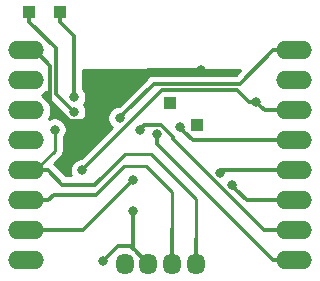
<source format=gbl>
G04 #@! TF.GenerationSoftware,KiCad,Pcbnew,(5.1.2)-1*
G04 #@! TF.CreationDate,2022-10-09T20:42:29+09:00*
G04 #@! TF.ProjectId,ble5,626c6535-2e6b-4696-9361-645f70636258,v2.1*
G04 #@! TF.SameCoordinates,Original*
G04 #@! TF.FileFunction,Copper,L2,Bot*
G04 #@! TF.FilePolarity,Positive*
%FSLAX46Y46*%
G04 Gerber Fmt 4.6, Leading zero omitted, Abs format (unit mm)*
G04 Created by KiCad (PCBNEW (5.1.2)-1) date 2022-10-09 20:42:29*
%MOMM*%
%LPD*%
G04 APERTURE LIST*
%ADD10R,1.000000X1.000000*%
%ADD11O,3.048000X1.524000*%
%ADD12O,1.524000X1.800000*%
%ADD13C,0.800000*%
%ADD14C,0.300000*%
%ADD15C,0.250000*%
%ADD16C,0.254000*%
G04 APERTURE END LIST*
D10*
X128800000Y-50800000D03*
X126500000Y-48900000D03*
X117250000Y-41200000D03*
X114600000Y-41200000D03*
D11*
X114300000Y-44450000D03*
X114300000Y-46990000D03*
X114300000Y-49530000D03*
X114300000Y-52070000D03*
X114300000Y-54610000D03*
X114300000Y-57150000D03*
X114300000Y-59690000D03*
X114300000Y-62230000D03*
X137050000Y-44450000D03*
X137050000Y-46990000D03*
X137050000Y-49530000D03*
X137050000Y-52070000D03*
X137050000Y-54610000D03*
X137050000Y-57150000D03*
X137050000Y-59690000D03*
X137050000Y-62230000D03*
D12*
X128700000Y-62500000D03*
X126700000Y-62500000D03*
X124700000Y-62500000D03*
X122700000Y-62500000D03*
D13*
X129150000Y-46095000D03*
X118199850Y-53649850D03*
X122250000Y-50162800D03*
X120841700Y-62245000D03*
X123379700Y-58020300D03*
X116750000Y-51150000D03*
X123400000Y-55450000D03*
X119051400Y-54603200D03*
X133799992Y-48800000D03*
X127350000Y-50950000D03*
X130718080Y-54836820D03*
X131743780Y-55862520D03*
X123950002Y-51200000D03*
X125392000Y-51522700D03*
X118384100Y-49642690D03*
X118390100Y-48385700D03*
D14*
X118034000Y-50412700D02*
X118366200Y-50412700D01*
X116350000Y-48728700D02*
X118034000Y-50412700D01*
X115062000Y-44450000D02*
X116350000Y-45738000D01*
X116350000Y-45738000D02*
X116350000Y-48728700D01*
X114300000Y-44450000D02*
X115062000Y-44450000D01*
X118199850Y-53084165D02*
X118199850Y-53649850D01*
X118199850Y-50579050D02*
X118199850Y-53084165D01*
X118366200Y-50412700D02*
X118199850Y-50579050D01*
X128584315Y-46095000D02*
X129150000Y-46095000D01*
X124655000Y-46095000D02*
X128584315Y-46095000D01*
X118366200Y-50412700D02*
X120337300Y-50412700D01*
X120337300Y-50412700D02*
X124655000Y-46095000D01*
X124700000Y-62500000D02*
X123449600Y-61249600D01*
X123449600Y-61249600D02*
X123379700Y-61249600D01*
X122086700Y-61000000D02*
X120841700Y-62245000D01*
X123379700Y-61249600D02*
X123130100Y-61000000D01*
X123130100Y-61000000D02*
X122086700Y-61000000D01*
X123379700Y-61249600D02*
X123379700Y-58020300D01*
X125132811Y-47279989D02*
X122649999Y-49762801D01*
X135279691Y-44450000D02*
X132449702Y-47279989D01*
X137160000Y-44450000D02*
X135279691Y-44450000D01*
X122649999Y-49762801D02*
X122250000Y-50162800D01*
X132449702Y-47279989D02*
X125132811Y-47279989D01*
X128700000Y-60438600D02*
X128700000Y-62500000D01*
D15*
X116750000Y-52922000D02*
X116750000Y-51150000D01*
X114300000Y-54610000D02*
X115062000Y-54610000D01*
X115062000Y-54610000D02*
X116750000Y-52922000D01*
X128700000Y-60438600D02*
X128700000Y-57000000D01*
X128700000Y-57000000D02*
X126653100Y-54953100D01*
X122736600Y-53250000D02*
X120618300Y-55368300D01*
X124950000Y-53250000D02*
X122736600Y-53250000D01*
X126653100Y-54953100D02*
X124950000Y-53250000D01*
D14*
X120186600Y-55800000D02*
X120618300Y-55368300D01*
X117364300Y-55800000D02*
X120186600Y-55800000D01*
X114300000Y-54610000D02*
X116174300Y-54610000D01*
X116174300Y-54610000D02*
X117364300Y-55800000D01*
X116174300Y-57150000D02*
X116674500Y-56649800D01*
X116674500Y-56649800D02*
X116674500Y-56649700D01*
X126699900Y-61249700D02*
X126700000Y-61249700D01*
X126700000Y-62500000D02*
X126700000Y-61249700D01*
X114300000Y-57150000D02*
X116174300Y-57150000D01*
D15*
X126699900Y-56399900D02*
X126699900Y-59599900D01*
X125785500Y-55485500D02*
X126699900Y-56399900D01*
D14*
X126699900Y-59599900D02*
X126699900Y-61249700D01*
D15*
X122600000Y-54200000D02*
X120150300Y-56649700D01*
X124500000Y-54200000D02*
X122600000Y-54200000D01*
X125785500Y-55485500D02*
X124500000Y-54200000D01*
D14*
X116674500Y-56649700D02*
X120150300Y-56649700D01*
X123000001Y-55849999D02*
X123400000Y-55450000D01*
X119160000Y-59690000D02*
X123000001Y-55849999D01*
X114300000Y-59690000D02*
X119160000Y-59690000D01*
X134529992Y-49530000D02*
X134199991Y-49199999D01*
X137160000Y-49530000D02*
X134529992Y-49530000D01*
X134199991Y-49199999D02*
X133799992Y-48800000D01*
X132234307Y-47800000D02*
X133234307Y-48800000D01*
X125854600Y-47800000D02*
X132234307Y-47800000D01*
X133234307Y-48800000D02*
X133799992Y-48800000D01*
X119051400Y-54603200D02*
X125854600Y-47800000D01*
X127749999Y-51349999D02*
X127350000Y-50950000D01*
X128470000Y-52070000D02*
X127749999Y-51349999D01*
X137160000Y-52070000D02*
X128470000Y-52070000D01*
X130944900Y-54610000D02*
X130718080Y-54836820D01*
X137160000Y-54610000D02*
X130944900Y-54610000D01*
X137160000Y-57150000D02*
X133031260Y-57150000D01*
X132143779Y-56262519D02*
X131743780Y-55862520D01*
X133031260Y-57150000D02*
X132143779Y-56262519D01*
X125755301Y-50750001D02*
X124400001Y-50750001D01*
X124400001Y-50750001D02*
X124350001Y-50800001D01*
X126763800Y-51758500D02*
X125755301Y-50750001D01*
X124350001Y-50800001D02*
X123950002Y-51200000D01*
X126763800Y-51971500D02*
X126763800Y-51758500D01*
X134482300Y-59690000D02*
X126763800Y-51971500D01*
X137160000Y-59690000D02*
X134482300Y-59690000D01*
X125392000Y-51522700D02*
X125392000Y-52336300D01*
X125392000Y-52336300D02*
X135285700Y-62230000D01*
X137160000Y-62230000D02*
X135285700Y-62230000D01*
X116870011Y-44270011D02*
X116870011Y-48128601D01*
X116870011Y-48128601D02*
X117984101Y-49242691D01*
X114600000Y-41200000D02*
X114600000Y-42000000D01*
X114600000Y-42000000D02*
X116870011Y-44270011D01*
X117984101Y-49242691D02*
X118384100Y-49642690D01*
X117250000Y-41200000D02*
X117250000Y-42050300D01*
X117250000Y-42050300D02*
X118390100Y-43190400D01*
X118390100Y-43190400D02*
X118390100Y-48385700D01*
D16*
G36*
X122827000Y-62373000D02*
G01*
X122847000Y-62373000D01*
X122847000Y-62627000D01*
X122827000Y-62627000D01*
X122827000Y-62647000D01*
X122573000Y-62647000D01*
X122573000Y-62627000D01*
X122553000Y-62627000D01*
X122553000Y-62373000D01*
X122573000Y-62373000D01*
X122573000Y-62353000D01*
X122827000Y-62353000D01*
X122827000Y-62373000D01*
X122827000Y-62373000D01*
G37*
X122827000Y-62373000D02*
X122847000Y-62373000D01*
X122847000Y-62627000D01*
X122827000Y-62627000D01*
X122827000Y-62647000D01*
X122573000Y-62647000D01*
X122573000Y-62627000D01*
X122553000Y-62627000D01*
X122553000Y-62373000D01*
X122573000Y-62373000D01*
X122573000Y-62353000D01*
X122827000Y-62353000D01*
X122827000Y-62373000D01*
G36*
X132124545Y-46494989D02*
G01*
X125171363Y-46494989D01*
X125132810Y-46491192D01*
X125094257Y-46494989D01*
X125094250Y-46494989D01*
X124993301Y-46504932D01*
X124978923Y-46506348D01*
X124944483Y-46516795D01*
X124830951Y-46551235D01*
X124694578Y-46624127D01*
X124634370Y-46673539D01*
X124604998Y-46697644D01*
X124604995Y-46697647D01*
X124575047Y-46722225D01*
X124550469Y-46752173D01*
X122174843Y-49127800D01*
X122148061Y-49127800D01*
X121948102Y-49167574D01*
X121759744Y-49245595D01*
X121590226Y-49358863D01*
X121446063Y-49503026D01*
X121332795Y-49672544D01*
X121254774Y-49860902D01*
X121215000Y-50060861D01*
X121215000Y-50264739D01*
X121254774Y-50464698D01*
X121332795Y-50653056D01*
X121446063Y-50822574D01*
X121583966Y-50960477D01*
X118976243Y-53568200D01*
X118949461Y-53568200D01*
X118749502Y-53607974D01*
X118561144Y-53685995D01*
X118391626Y-53799263D01*
X118247463Y-53943426D01*
X118134195Y-54112944D01*
X118056174Y-54301302D01*
X118016400Y-54501261D01*
X118016400Y-54705139D01*
X118056174Y-54905098D01*
X118101697Y-55015000D01*
X117689458Y-55015000D01*
X116756647Y-54082190D01*
X116732064Y-54052236D01*
X116711469Y-54035334D01*
X117261009Y-53485794D01*
X117290001Y-53462001D01*
X117313795Y-53433008D01*
X117313799Y-53433004D01*
X117384973Y-53346277D01*
X117384974Y-53346276D01*
X117455546Y-53214247D01*
X117499003Y-53070986D01*
X117510000Y-52959333D01*
X117510000Y-52959324D01*
X117513676Y-52922001D01*
X117510000Y-52884678D01*
X117510000Y-51853711D01*
X117553937Y-51809774D01*
X117667205Y-51640256D01*
X117745226Y-51451898D01*
X117785000Y-51251939D01*
X117785000Y-51048061D01*
X117745226Y-50848102D01*
X117667205Y-50659744D01*
X117553937Y-50490226D01*
X117409774Y-50346063D01*
X117240256Y-50232795D01*
X117051898Y-50154774D01*
X116851939Y-50115000D01*
X116648061Y-50115000D01*
X116448102Y-50154774D01*
X116273416Y-50227132D01*
X116358904Y-50067195D01*
X116438786Y-49803860D01*
X116465759Y-49530000D01*
X116438786Y-49256140D01*
X116358904Y-48992805D01*
X116229183Y-48750113D01*
X116054608Y-48537392D01*
X115841887Y-48362817D01*
X115649529Y-48260000D01*
X115841887Y-48157183D01*
X116054608Y-47982608D01*
X116085012Y-47945561D01*
X116085012Y-48090038D01*
X116081214Y-48128601D01*
X116096370Y-48282487D01*
X116141257Y-48430460D01*
X116141258Y-48430461D01*
X116214150Y-48566834D01*
X116229059Y-48585000D01*
X116287666Y-48656413D01*
X116287670Y-48656417D01*
X116312248Y-48686365D01*
X116342196Y-48710943D01*
X117349100Y-49717848D01*
X117349100Y-49744629D01*
X117388874Y-49944588D01*
X117466895Y-50132946D01*
X117580163Y-50302464D01*
X117724326Y-50446627D01*
X117893844Y-50559895D01*
X118082202Y-50637916D01*
X118282161Y-50677690D01*
X118486039Y-50677690D01*
X118685998Y-50637916D01*
X118874356Y-50559895D01*
X119043874Y-50446627D01*
X119188037Y-50302464D01*
X119301305Y-50132946D01*
X119379326Y-49944588D01*
X119419100Y-49744629D01*
X119419100Y-49540751D01*
X119379326Y-49340792D01*
X119301305Y-49152434D01*
X119211937Y-49018685D01*
X119307305Y-48875956D01*
X119385326Y-48687598D01*
X119425100Y-48487639D01*
X119425100Y-48283761D01*
X119385326Y-48083802D01*
X119307305Y-47895444D01*
X119194037Y-47725926D01*
X119175100Y-47706989D01*
X119175100Y-46127000D01*
X132492534Y-46127000D01*
X132124545Y-46494989D01*
X132124545Y-46494989D01*
G37*
X132124545Y-46494989D02*
X125171363Y-46494989D01*
X125132810Y-46491192D01*
X125094257Y-46494989D01*
X125094250Y-46494989D01*
X124993301Y-46504932D01*
X124978923Y-46506348D01*
X124944483Y-46516795D01*
X124830951Y-46551235D01*
X124694578Y-46624127D01*
X124634370Y-46673539D01*
X124604998Y-46697644D01*
X124604995Y-46697647D01*
X124575047Y-46722225D01*
X124550469Y-46752173D01*
X122174843Y-49127800D01*
X122148061Y-49127800D01*
X121948102Y-49167574D01*
X121759744Y-49245595D01*
X121590226Y-49358863D01*
X121446063Y-49503026D01*
X121332795Y-49672544D01*
X121254774Y-49860902D01*
X121215000Y-50060861D01*
X121215000Y-50264739D01*
X121254774Y-50464698D01*
X121332795Y-50653056D01*
X121446063Y-50822574D01*
X121583966Y-50960477D01*
X118976243Y-53568200D01*
X118949461Y-53568200D01*
X118749502Y-53607974D01*
X118561144Y-53685995D01*
X118391626Y-53799263D01*
X118247463Y-53943426D01*
X118134195Y-54112944D01*
X118056174Y-54301302D01*
X118016400Y-54501261D01*
X118016400Y-54705139D01*
X118056174Y-54905098D01*
X118101697Y-55015000D01*
X117689458Y-55015000D01*
X116756647Y-54082190D01*
X116732064Y-54052236D01*
X116711469Y-54035334D01*
X117261009Y-53485794D01*
X117290001Y-53462001D01*
X117313795Y-53433008D01*
X117313799Y-53433004D01*
X117384973Y-53346277D01*
X117384974Y-53346276D01*
X117455546Y-53214247D01*
X117499003Y-53070986D01*
X117510000Y-52959333D01*
X117510000Y-52959324D01*
X117513676Y-52922001D01*
X117510000Y-52884678D01*
X117510000Y-51853711D01*
X117553937Y-51809774D01*
X117667205Y-51640256D01*
X117745226Y-51451898D01*
X117785000Y-51251939D01*
X117785000Y-51048061D01*
X117745226Y-50848102D01*
X117667205Y-50659744D01*
X117553937Y-50490226D01*
X117409774Y-50346063D01*
X117240256Y-50232795D01*
X117051898Y-50154774D01*
X116851939Y-50115000D01*
X116648061Y-50115000D01*
X116448102Y-50154774D01*
X116273416Y-50227132D01*
X116358904Y-50067195D01*
X116438786Y-49803860D01*
X116465759Y-49530000D01*
X116438786Y-49256140D01*
X116358904Y-48992805D01*
X116229183Y-48750113D01*
X116054608Y-48537392D01*
X115841887Y-48362817D01*
X115649529Y-48260000D01*
X115841887Y-48157183D01*
X116054608Y-47982608D01*
X116085012Y-47945561D01*
X116085012Y-48090038D01*
X116081214Y-48128601D01*
X116096370Y-48282487D01*
X116141257Y-48430460D01*
X116141258Y-48430461D01*
X116214150Y-48566834D01*
X116229059Y-48585000D01*
X116287666Y-48656413D01*
X116287670Y-48656417D01*
X116312248Y-48686365D01*
X116342196Y-48710943D01*
X117349100Y-49717848D01*
X117349100Y-49744629D01*
X117388874Y-49944588D01*
X117466895Y-50132946D01*
X117580163Y-50302464D01*
X117724326Y-50446627D01*
X117893844Y-50559895D01*
X118082202Y-50637916D01*
X118282161Y-50677690D01*
X118486039Y-50677690D01*
X118685998Y-50637916D01*
X118874356Y-50559895D01*
X119043874Y-50446627D01*
X119188037Y-50302464D01*
X119301305Y-50132946D01*
X119379326Y-49944588D01*
X119419100Y-49744629D01*
X119419100Y-49540751D01*
X119379326Y-49340792D01*
X119301305Y-49152434D01*
X119211937Y-49018685D01*
X119307305Y-48875956D01*
X119385326Y-48687598D01*
X119425100Y-48487639D01*
X119425100Y-48283761D01*
X119385326Y-48083802D01*
X119307305Y-47895444D01*
X119194037Y-47725926D01*
X119175100Y-47706989D01*
X119175100Y-46127000D01*
X132492534Y-46127000D01*
X132124545Y-46494989D01*
M02*

</source>
